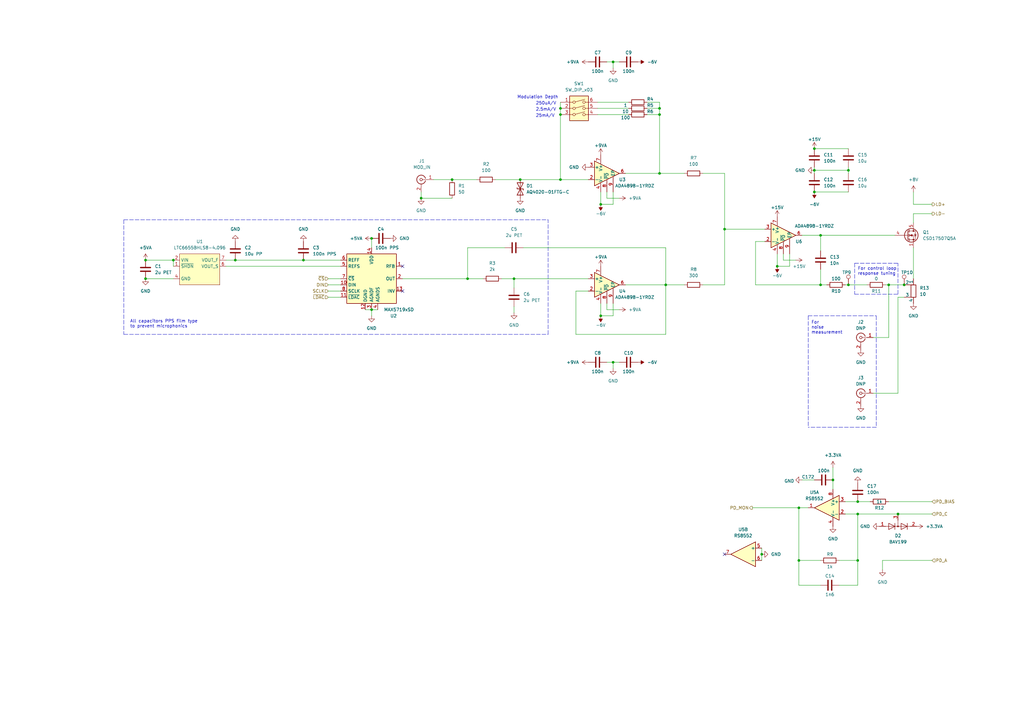
<source format=kicad_sch>
(kicad_sch (version 20211123) (generator eeschema)
  (paper "A3")
  (title_block (title "Kirdy") (date "2022-07-03") (rev "r0.1") (company "M-Labs") (comment 1 "Alex Wong Tat Hang"))
  (lib_symbols
    (symbol "Amplifier_Operational:ADA4898-1YRDZ" (pin_names (offset 0.127))
      (property "Reference" "U" (at 3.81 3.81 0))
      (property "Value" "ADA4898-1YRDZ" (at 11.43 -2.54 0))
      (symbol "ADA4898-1YRDZ_1_1"
        (polyline (pts (xy -5.08 5.08) (xy 5.08 0) (xy -5.08 -5.08) (xy -5.08 5.08)) (stroke (width 0.254)) (fill (type background)))
        (pin input line (at -7.62 -2.54 0) (length 2.54) (name "-") (number "2"))
        (pin input line (at -7.62 2.54 0) (length 2.54) (name "+") (number "3"))
        (pin power_in line (at -2.54 -7.62 90) (length 3.81) (name "V-") (number "4"))
        (pin output line (at 7.62 0 180) (length 2.54) (name "~") (number "6"))
        (pin power_in line (at -2.54 7.62 270) (length 3.81) (name "V+") (number "7"))
        (pin input line (at 0 -7.62 90) (length 5.08) (name "~{PD}") (number "8"))
        (pin passive line (at 2.54 -7.62 90) (length 6.35) (name "EP") (number "9"))
      )
    )
    (symbol "Analog_DAC:MAX5719xSD"
      (property "Reference" "U" (at -10.16 11.43 0))
      (property "Value" "MAX5719xSD" (at 1.27 11.43 0))
      (symbol "MAX5719xSD_0_1"
        (rectangle (start -10.16 10.16) (end 10.16 -10.16) (stroke (width 0.254)) (fill (type background)))
      )
      (symbol "MAX5719xSD_1_1"
        (pin passive line (at 12.7 5.08 180) (length 2.54) (name "RFB") (number "1"))
        (pin input line (at -12.7 -2.54 0) (length 2.54) (name "DIN") (number "10"))
        (pin input line (at -12.7 -7.62 0) (length 2.54) (name "~{LDAC}") (number "11"))
        (pin power_in line (at -2.54 -12.7 90) (length 2.54) (name "DGND") (number "12"))
        (pin passive line (at 12.7 -5.08 180) (length 2.54) (name "INV") (number "13"))
        (pin power_in line (at 0 12.7 270) (length 2.54) (name "VDD") (number "14"))
        (pin output line (at 12.7 0 180) (length 2.54) (name "OUT") (number "2"))
        (pin power_in line (at 0 -12.7 90) (length 2.54) (name "AGNDF") (number "3"))
        (pin power_in line (at 2.54 -12.7 90) (length 2.54) (name "AGNDS") (number "4"))
        (pin input line (at -12.7 5.08 0) (length 2.54) (name "REFS") (number "5"))
        (pin input line (at -12.7 7.62 0) (length 2.54) (name "REFF") (number "6"))
        (pin input line (at -12.7 0 0) (length 2.54) (name "~{CS}") (number "7"))
        (pin input line (at -12.7 -5.08 0) (length 2.54) (name "SCLK") (number "8"))
        (pin no_connect line (at 10.16 -7.62 180) (length 2.54) hide (name "NC") (number "9"))
      )
    )
    (symbol "Connector:Conn_Coaxial" (pin_names (offset 1.016) hide)
      (property "Reference" "J" (at 0.254 3.048 0))
      (property "Value" "Conn_Coaxial" (at 2.921 0 90))
      (symbol "Conn_Coaxial_0_1"
        (arc (start -1.778 -0.508) (mid 0.222 -1.808) (end 1.778 0) (stroke (width 0.254)))
        (polyline (pts (xy -2.54 0) (xy -0.508 0)))
        (polyline (pts (xy 0 -2.54) (xy 0 -1.778)))
        (circle (center 0 0) (radius 0.508) (stroke (width 0.2032)))
        (arc (start 1.778 0) (mid 0.222 1.8083) (end -1.778 0.508) (stroke (width 0.254)))
      )
      (symbol "Conn_Coaxial_1_1"
        (pin passive line (at -5.08 0 0) (length 2.54) (name "In") (number "1"))
        (pin passive line (at 0 -5.08 90) (length 2.54) (name "Ext") (number "2"))
      )
    )
    (symbol "Connector:TestPoint" (pin_numbers hide) (pin_names (offset 0.762) hide)
      (property "Reference" "TP" (at 0 6.858 0))
      (property "Value" "TestPoint" (at 0 5.08 0))
      (symbol "TestPoint_0_1"
        (circle (center 0 3.302) (radius 0.762))
      )
      (symbol "TestPoint_1_1"
        (pin passive line (at 0 0 90) (length 2.54) (name "1") (number "1"))
      )
    )
    (symbol "Device:C" (pin_numbers hide) (pin_names (offset 0.254))
      (property "Reference" "C" (at 0.635 2.54 0))
      (property "Value" "C" (at 0.635 -2.54 0))
      (symbol "C_0_1"
        (polyline (pts (xy -2.032 -0.762) (xy 2.032 -0.762)) (stroke (width 0.508)))
        (polyline (pts (xy -2.032 0.762) (xy 2.032 0.762)) (stroke (width 0.508)))
      )
      (symbol "C_1_1"
        (pin passive line (at 0 3.81 270) (length 2.794) (name "~") (number "1"))
        (pin passive line (at 0 -3.81 90) (length 2.794) (name "~") (number "2"))
      )
    )
    (symbol "Device:D_TVS" (pin_numbers hide) (pin_names (offset 1.016) hide)
      (property "Reference" "D" (at 0 2.54 0))
      (property "Value" "D_TVS" (at 0 -2.54 0))
      (symbol "D_TVS_0_1"
        (polyline (pts (xy 1.27 0) (xy -1.27 0)))
        (polyline (pts (xy 0.508 1.27) (xy 0 1.27) (xy 0 -1.27) (xy -0.508 -1.27)) (stroke (width 0.254)))
        (polyline (pts (xy -2.54 1.27) (xy -2.54 -1.27) (xy 2.54 1.27) (xy 2.54 -1.27) (xy -2.54 1.27)) (stroke (width 0.254)))
      )
      (symbol "D_TVS_1_1"
        (pin passive line (at -3.81 0 0) (length 2.54) (name "A1") (number "1"))
        (pin passive line (at 3.81 0 180) (length 2.54) (name "A2") (number "2"))
      )
    )
    (symbol "Device:R" (pin_numbers hide) (pin_names (offset 0))
      (property "Reference" "R" (at 2.032 0 90))
      (property "Value" "R" (at 0 0 90))
      (symbol "R_0_1"
        (rectangle (start -1.016 -2.54) (end 1.016 2.54) (stroke (width 0.254)))
      )
      (symbol "R_1_1"
        (pin passive line (at 0 3.81 270) (length 1.27) (name "~") (number "1"))
        (pin passive line (at 0 -3.81 90) (length 1.27) (name "~") (number "2"))
      )
    )
    (symbol "Device:R_Shunt" (pin_numbers hide) (pin_names (offset 0))
      (property "Reference" "R" (at -4.445 0 90))
      (property "Value" "R_Shunt" (at -2.54 0 90))
      (symbol "R_Shunt_0_1"
        (rectangle (start -1.016 -2.54) (end 1.016 2.54) (stroke (width 0.254)))
        (polyline (pts (xy 0 -2.54) (xy 1.27 -2.54)))
        (polyline (pts (xy 1.27 2.54) (xy 0 2.54)))
      )
      (symbol "R_Shunt_1_1"
        (pin passive line (at 0 5.08 270) (length 2.54) (name "1") (number "1"))
        (pin passive line (at 3.81 2.54 180) (length 2.54) (name "2") (number "2"))
        (pin passive line (at 3.81 -2.54 180) (length 2.54) (name "3") (number "3"))
        (pin passive line (at 0 -5.08 90) (length 2.54) (name "4") (number "4"))
      )
    )
    (symbol "Diode:BAV99" (pin_names hide)
      (property "Reference" "D" (at 0 5.08 0))
      (property "Value" "BAV99" (at 0 2.54 0))
      (symbol "BAV99_0_1"
        (polyline (pts (xy -5.08 0) (xy 5.08 0)))
      )
      (symbol "BAV99_1_1"
        (polyline (pts (xy 0 0) (xy 0 -2.54)))
        (polyline (pts (xy -1.27 -1.27) (xy -1.27 1.27) (xy -1.27 1.27)) (stroke (width 0.2032)))
        (polyline (pts (xy 3.81 1.27) (xy 3.81 -1.27) (xy 3.81 -1.27)) (stroke (width 0.2032)))
        (polyline (pts (xy -3.81 1.27) (xy -1.27 0) (xy -3.81 -1.27) (xy -3.81 1.27) (xy -3.81 1.27) (xy -3.81 1.27)) (stroke (width 0.2032)))
        (polyline (pts (xy 1.27 1.27) (xy 3.81 0) (xy 1.27 -1.27) (xy 1.27 1.27) (xy 1.27 1.27) (xy 1.27 1.27)) (stroke (width 0.2032)))
        (circle (center 0 0) (radius 0.254) (fill (type outline)))
        (pin passive line (at -7.62 0 0) (length 2.54) (name "K") (number "1"))
        (pin passive line (at 7.62 0 180) (length 2.54) (name "A") (number "2"))
        (pin passive line (at 0 -5.08 90) (length 2.54) (name "K") (number "3"))
      )
    )
    (symbol "Switch:SW_DIP_x03" (pin_names (offset 0) hide)
      (property "Reference" "SW" (at 0 8.89 0))
      (property "Value" "SW_DIP_x03" (at 0 -3.81 0))
      (symbol "SW_DIP_x03_0_0"
        (circle (center -2.032 0) (radius 0.508))
        (circle (center -2.032 2.54) (radius 0.508))
        (circle (center -2.032 5.08) (radius 0.508))
        (polyline (pts (xy -1.524 0.127) (xy 2.3622 1.1684)))
        (polyline (pts (xy -1.524 2.667) (xy 2.3622 3.7084)))
        (polyline (pts (xy -1.524 5.207) (xy 2.3622 6.2484)))
        (circle (center 2.032 0) (radius 0.508))
        (circle (center 2.032 2.54) (radius 0.508))
        (circle (center 2.032 5.08) (radius 0.508))
      )
      (symbol "SW_DIP_x03_0_1"
        (rectangle (start -3.81 7.62) (end 3.81 -2.54) (stroke (width 0.254)) (fill (type background)))
      )
      (symbol "SW_DIP_x03_1_1"
        (pin passive line (at -7.62 5.08 0) (length 5.08) (name "~") (number "1"))
        (pin passive line (at -7.62 2.54 0) (length 5.08) (name "~") (number "2"))
        (pin passive line (at -7.62 0 0) (length 5.08) (name "~") (number "3"))
        (pin passive line (at 7.62 0 180) (length 5.08) (name "~") (number "4"))
        (pin passive line (at 7.62 2.54 180) (length 5.08) (name "~") (number "5"))
        (pin passive line (at 7.62 5.08 180) (length 5.08) (name "~") (number "6"))
      )
    )
    (symbol "Transistor_FET:CSD17507Q5A" (pin_names hide)
      (property "Reference" "Q" (at 5.08 1.905 0))
      (property "Value" "CSD17507Q5A" (at 5.08 0 0))
      (symbol "CSD17507Q5A_0_1"
        (polyline (pts (xy 0.254 0) (xy -2.54 0)))
        (polyline (pts (xy 0.254 1.905) (xy 0.254 -1.905)) (stroke (width 0.254)))
        (polyline (pts (xy 0.762 -1.27) (xy 0.762 -2.286)) (stroke (width 0.254)))
        (polyline (pts (xy 0.762 0.508) (xy 0.762 -0.508)) (stroke (width 0.254)))
        (polyline (pts (xy 0.762 2.286) (xy 0.762 1.27)) (stroke (width 0.254)))
        (polyline (pts (xy 2.54 2.54) (xy 2.54 1.778)))
        (polyline (pts (xy 2.54 -2.54) (xy 2.54 0) (xy 0.762 0)))
        (polyline (pts (xy 0.762 -1.778) (xy 3.302 -1.778) (xy 3.302 1.778) (xy 0.762 1.778)))
        (polyline (pts (xy 1.016 0) (xy 2.032 0.381) (xy 2.032 -0.381) (xy 1.016 0)) (fill (type outline)))
        (polyline (pts (xy 2.794 0.508) (xy 2.921 0.381) (xy 3.683 0.381) (xy 3.81 0.254)))
        (polyline (pts (xy 3.302 0.381) (xy 2.921 -0.254) (xy 3.683 -0.254) (xy 3.302 0.381)))
        (circle (center 1.651 0) (radius 2.794) (stroke (width 0.254)))
        (circle (center 2.54 -1.778) (radius 0.254) (fill (type outline)))
        (circle (center 2.54 1.778) (radius 0.254) (fill (type outline)))
      )
      (symbol "CSD17507Q5A_1_1"
        (pin passive line (at 2.54 -5.08 90) (length 2.54) (name "S") (number "1"))
        (pin passive line (at 2.54 -5.08 90) (length 2.54) hide (name "S") (number "2"))
        (pin passive line (at 2.54 -5.08 90) (length 2.54) hide (name "S") (number "3"))
        (pin passive line (at -5.08 0 0) (length 2.54) (name "G") (number "4"))
        (pin passive line (at 2.54 5.08 270) (length 2.54) (name "D") (number "5"))
      )
    )
    (symbol "kirdy:LTC6655"
      (property "Reference" "U" (at 0 -10.16 0))
      (property "Value" "LTC6655" (at 0 -7.62 0))
      (symbol "LTC6655_0_0"
        (pin input line (at -10.16 2.54 0) (length 2.54) (name "~{SHDN}") (number "1"))
        (pin power_in line (at -10.16 5.08 0) (length 2.54) (name "VIN") (number "2"))
        (pin power_in line (at -10.16 -2.54 0) (length 2.54) hide (name "GND") (number "3"))
        (pin power_in line (at -10.16 -2.54 0) (length 2.54) (name "GND") (number "4"))
        (pin power_in line (at -10.16 -2.54 0) (length 2.54) hide (name "GND") (number "5"))
        (pin passive line (at 11.43 2.54 180) (length 2.54) (name "VOUT_S") (number "6"))
        (pin output line (at 11.43 5.08 180) (length 2.54) (name "VOUT_F") (number "7"))
        (pin power_in line (at -10.16 -2.54 0) (length 2.54) hide (name "GND") (number "8"))
      )
      (symbol "LTC6655_0_1"
        (rectangle (start -7.62 7.62) (end 8.89 -5.08) (fill (type background)))
      )
    )
    (symbol "kirdy:RS8552" (pin_names (offset 0.127))
      (property "Reference" "U" (at 0 5.08 0))
      (property "Value" "RS8552" (at 0 -5.08 0))
      (symbol "RS8552_1_1"
        (polyline (pts (xy -5.08 5.08) (xy 5.08 0) (xy -5.08 -5.08) (xy -5.08 5.08)) (stroke (width 0.254)) (fill (type background)))
        (pin output line (at 7.62 0 180) (length 2.54) (name "~") (number "1"))
        (pin input line (at -7.62 -2.54 0) (length 2.54) (name "-") (number "2"))
        (pin input line (at -7.62 2.54 0) (length 2.54) (name "+") (number "3"))
      )
      (symbol "RS8552_2_1"
        (polyline (pts (xy -5.08 5.08) (xy 5.08 0) (xy -5.08 -5.08) (xy -5.08 5.08)) (stroke (width 0.254)) (fill (type background)))
        (pin input line (at -7.62 2.54 0) (length 2.54) (name "+") (number "5"))
        (pin input line (at -7.62 -2.54 0) (length 2.54) (name "-") (number "6"))
        (pin output line (at 7.62 0 180) (length 2.54) (name "~") (number "7"))
      )
      (symbol "RS8552_3_1"
        (pin power_in line (at -2.54 -7.62 90) (length 3.81) (name "V-") (number "4"))
        (pin power_in line (at -2.54 7.62 270) (length 3.81) (name "V+") (number "8"))
      )
    )
    (symbol "power:+15V" (power) (pin_names (offset 0))
      (property "Value" "+15V" (at 0 3.556 0))
      (symbol "+15V_0_1"
        (polyline (pts (xy -0.762 1.27) (xy 0 2.54)))
        (polyline (pts (xy 0 0) (xy 0 2.54)))
        (polyline (pts (xy 0 2.54) (xy 0.762 1.27)))
      )
      (symbol "+15V_1_1"
        (pin power_in line (at 0 0 90) (length 0) hide (name "+15V") (number "1"))
      )
    )
    (symbol "power:+3.3VA" (power) (pin_names (offset 0))
      (property "Value" "+3.3VA" (at 0 3.556 0))
      (symbol "+3.3VA_0_1"
        (polyline (pts (xy -0.762 1.27) (xy 0 2.54)))
        (polyline (pts (xy 0 0) (xy 0 2.54)))
        (polyline (pts (xy 0 2.54) (xy 0.762 1.27)))
      )
      (symbol "+3.3VA_1_1"
        (pin power_in line (at 0 0 90) (length 0) hide (name "+3.3VA") (number "1"))
      )
    )
    (symbol "power:+5VA" (power) (pin_names (offset 0))
      (property "Value" "+5VA" (at 0 3.556 0))
      (symbol "+5VA_0_1"
        (polyline (pts (xy -0.762 1.27) (xy 0 2.54)))
        (polyline (pts (xy 0 0) (xy 0 2.54)))
        (polyline (pts (xy 0 2.54) (xy 0.762 1.27)))
      )
      (symbol "+5VA_1_1"
        (pin power_in line (at 0 0 90) (length 0) hide (name "+5VA") (number "1"))
      )
    )
    (symbol "power:+8V" (power) (pin_names (offset 0))
      (property "Value" "+8V" (at 0 3.556 0))
      (symbol "+8V_0_1"
        (polyline (pts (xy -0.762 1.27) (xy 0 2.54)))
        (polyline (pts (xy 0 0) (xy 0 2.54)))
        (polyline (pts (xy 0 2.54) (xy 0.762 1.27)))
      )
      (symbol "+8V_1_1"
        (pin power_in line (at 0 0 90) (length 0) hide (name "+8V") (number "1"))
      )
    )
    (symbol "power:+9VA" (power) (pin_names (offset 0))
      (property "Value" "+9VA" (at 0 3.81 0))
      (symbol "+9VA_0_1"
        (polyline (pts (xy -0.762 1.27) (xy 0 2.54)))
        (polyline (pts (xy 0 0) (xy 0 2.54)))
        (polyline (pts (xy 0 2.54) (xy 0.762 1.27)))
      )
      (symbol "+9VA_1_1"
        (pin power_in line (at 0 0 90) (length 0) hide (name "+9VA") (number "1"))
      )
    )
    (symbol "power:-6V" (power) (pin_names (offset 0))
      (property "Value" "-6V" (at 0 3.81 0))
      (symbol "-6V_0_0"
        (pin power_in line (at 0 0 90) (length 0) hide (name "-6V") (number "1"))
      )
      (symbol "-6V_0_1"
        (polyline (pts (xy 0 0) (xy 0 1.27) (xy 0.762 1.27) (xy 0 2.54) (xy -0.762 1.27) (xy 0 1.27)) (fill (type outline)))
      )
    )
    (symbol "power:GND" (power) (pin_names (offset 0))
      (property "Value" "GND" (at 0 -3.81 0))
      (symbol "GND_0_1"
        (polyline (pts (xy 0 0) (xy 0 -1.27) (xy 1.27 -1.27) (xy 0 -2.54) (xy -1.27 -1.27) (xy 0 -1.27)))
      )
      (symbol "GND_1_1"
        (pin power_in line (at 0 0 270) (length 0) hide (name "GND") (number "1"))
      )
    )
  )
  (junction (at 229.87 46.99))
  (junction (at 270.51 71.12))
  (junction (at 318.77 109.22))
  (junction (at 229.87 44.45))
  (junction (at 370.84 116.84))
  (junction (at 334.01 69.85))
  (junction (at 351.79 205.74))
  (junction (at 152.4 97.79))
  (junction (at 336.55 96.52))
  (junction (at 347.98 116.84))
  (junction (at 251.46 25.4))
  (junction (at 213.36 73.66))
  (junction (at 351.79 229.87))
  (junction (at 364.49 116.84))
  (junction (at 251.46 148.59))
  (junction (at 334.01 60.96))
  (junction (at 185.42 73.66))
  (junction (at 246.38 129.54))
  (junction (at 273.05 116.84))
  (junction (at 246.38 83.82))
  (junction (at 336.55 116.84))
  (junction (at 191.77 114.3))
  (junction (at 327.66 208.28))
  (junction (at 312.42 227.33))
  (junction (at 351.79 210.82))
  (junction (at 210.82 114.3))
  (junction (at 96.52 106.68))
  (junction (at 347.98 69.85))
  (junction (at 71.12 106.68))
  (junction (at 334.01 78.74))
  (junction (at 270.51 46.99))
  (junction (at 124.46 106.68))
  (junction (at 368.3 210.82))
  (junction (at 59.69 114.3))
  (junction (at 327.66 229.87))
  (junction (at 341.63 196.85))
  (junction (at 152.4 127))
  (junction (at 270.51 44.45))
  (junction (at 172.72 81.28))
  (junction (at 59.69 106.68))
  (junction (at 229.87 73.66))
  (junction (at 297.18 93.98))
  (no_connect (at 165.1 119.38))
  (no_connect (at 297.18 227.33))
  (no_connect (at 165.1 109.22))
  (wire (pts (xy 210.82 125.73) (xy 210.82 128.27)))
  (wire (pts (xy 134.62 114.3) (xy 139.7 114.3)))
  (polyline (pts (xy 331.47 129.54) (xy 331.47 175.26)))
  (wire (pts (xy 308.61 208.28) (xy 327.66 208.28)))
  (wire (pts (xy 71.12 106.68) (xy 71.12 109.22)))
  (wire (pts (xy 172.72 81.28) (xy 185.42 81.28)))
  (wire (pts (xy 273.05 116.84) (xy 280.67 116.84)))
  (wire (pts (xy 368.3 210.82) (xy 382.27 210.82)))
  (wire (pts (xy 364.49 116.84) (xy 370.84 116.84)))
  (wire (pts (xy 344.17 229.87) (xy 351.79 229.87)))
  (wire (pts (xy 351.79 229.87) (xy 351.79 210.82)))
  (wire (pts (xy 334.01 69.85) (xy 334.01 71.12)))
  (wire (pts (xy 374.65 91.44) (xy 374.65 87.63)))
  (wire (pts (xy 214.63 101.6) (xy 273.05 101.6)))
  (wire (pts (xy 172.72 81.28) (xy 172.72 78.74)))
  (wire (pts (xy 336.55 96.52) (xy 336.55 102.87)))
  (wire (pts (xy 328.93 96.52) (xy 336.55 96.52)))
  (wire (pts (xy 248.92 127) (xy 254 127)))
  (wire (pts (xy 213.36 73.66) (xy 229.87 73.66)))
  (wire (pts (xy 288.29 116.84) (xy 297.18 116.84)))
  (wire (pts (xy 185.42 73.66) (xy 195.58 73.66)))
  (wire (pts (xy 347.98 116.84) (xy 355.6 116.84)))
  (wire (pts (xy 177.8 73.66) (xy 185.42 73.66)))
  (polyline (pts (xy 350.52 120.65) (xy 368.3 120.65)))
  (wire (pts (xy 134.62 119.38) (xy 139.7 119.38)))
  (wire (pts (xy 270.51 41.91) (xy 270.51 44.45)))
  (wire (pts (xy 270.51 46.99) (xy 270.51 71.12)))
  (wire (pts (xy 203.2 73.66) (xy 213.36 73.66)))
  (wire (pts (xy 358.14 138.43) (xy 364.49 138.43)))
  (wire (pts (xy 361.95 229.87) (xy 382.27 229.87)))
  (wire (pts (xy 368.3 161.29) (xy 358.14 161.29)))
  (wire (pts (xy 321.31 106.68) (xy 326.39 106.68)))
  (polyline (pts (xy 350.52 107.95) (xy 368.3 107.95)))
  (wire (pts (xy 368.3 121.92) (xy 368.3 161.29)))
  (wire (pts (xy 327.66 229.87) (xy 327.66 208.28)))
  (wire (pts (xy 96.52 106.68) (xy 124.46 106.68)))
  (wire (pts (xy 270.51 71.12) (xy 280.67 71.12)))
  (wire (pts (xy 251.46 25.4) (xy 251.46 27.94)))
  (wire (pts (xy 265.43 46.99) (xy 270.51 46.99)))
  (polyline (pts (xy 331.47 129.54) (xy 359.41 129.54)))
  (wire (pts (xy 210.82 114.3) (xy 241.3 114.3)))
  (wire (pts (xy 256.54 116.84) (xy 273.05 116.84)))
  (wire (pts (xy 205.74 114.3) (xy 210.82 114.3)))
  (wire (pts (xy 245.11 46.99) (xy 257.81 46.99)))
  (wire (pts (xy 273.05 137.16) (xy 273.05 116.84)))
  (wire (pts (xy 336.55 240.03) (xy 327.66 240.03)))
  (wire (pts (xy 374.65 87.63) (xy 382.27 87.63)))
  (wire (pts (xy 92.71 109.22) (xy 139.7 109.22)))
  (wire (pts (xy 347.98 69.85) (xy 334.01 69.85)))
  (wire (pts (xy 251.46 25.4) (xy 254 25.4)))
  (wire (pts (xy 236.22 119.38) (xy 236.22 137.16)))
  (wire (pts (xy 251.46 83.82) (xy 251.46 78.74)))
  (wire (pts (xy 246.38 78.74) (xy 246.38 83.82)))
  (wire (pts (xy 251.46 129.54) (xy 251.46 124.46)))
  (wire (pts (xy 191.77 101.6) (xy 191.77 114.3)))
  (wire (pts (xy 134.62 121.92) (xy 139.7 121.92)))
  (wire (pts (xy 207.01 101.6) (xy 191.77 101.6)))
  (polyline (pts (xy 50.8 90.17) (xy 224.79 90.17)))
  (wire (pts (xy 256.54 71.12) (xy 270.51 71.12)))
  (wire (pts (xy 265.43 41.91) (xy 270.51 41.91)))
  (wire (pts (xy 361.95 233.68) (xy 361.95 229.87)))
  (wire (pts (xy 251.46 148.59) (xy 254 148.59)))
  (wire (pts (xy 297.18 93.98) (xy 313.69 93.98)))
  (wire (pts (xy 248.92 78.74) (xy 248.92 81.28)))
  (wire (pts (xy 246.38 83.82) (xy 251.46 83.82)))
  (wire (pts (xy 248.92 148.59) (xy 251.46 148.59)))
  (wire (pts (xy 297.18 71.12) (xy 297.18 93.98)))
  (wire (pts (xy 318.77 109.22) (xy 323.85 109.22)))
  (wire (pts (xy 248.92 25.4) (xy 251.46 25.4)))
  (polyline (pts (xy 368.3 120.65) (xy 368.3 107.95)))
  (wire (pts (xy 368.3 121.92) (xy 370.84 121.92)))
  (wire (pts (xy 92.71 106.68) (xy 96.52 106.68)))
  (wire (pts (xy 364.49 138.43) (xy 364.49 116.84)))
  (wire (pts (xy 236.22 137.16) (xy 273.05 137.16)))
  (wire (pts (xy 346.71 116.84) (xy 347.98 116.84)))
  (wire (pts (xy 248.92 124.46) (xy 248.92 127)))
  (wire (pts (xy 165.1 114.3) (xy 191.77 114.3)))
  (wire (pts (xy 124.46 106.68) (xy 139.7 106.68)))
  (wire (pts (xy 364.49 205.74) (xy 382.27 205.74)))
  (wire (pts (xy 363.22 116.84) (xy 364.49 116.84)))
  (wire (pts (xy 288.29 71.12) (xy 297.18 71.12)))
  (wire (pts (xy 265.43 44.45) (xy 270.51 44.45)))
  (wire (pts (xy 59.69 106.68) (xy 71.12 106.68)))
  (wire (pts (xy 341.63 191.77) (xy 341.63 196.85)))
  (wire (pts (xy 59.69 114.3) (xy 71.12 114.3)))
  (wire (pts (xy 346.71 205.74) (xy 351.79 205.74)))
  (wire (pts (xy 229.87 41.91) (xy 229.87 44.45)))
  (wire (pts (xy 246.38 129.54) (xy 251.46 129.54)))
  (wire (pts (xy 318.77 104.14) (xy 318.77 109.22)))
  (wire (pts (xy 336.55 96.52) (xy 367.03 96.52)))
  (polyline (pts (xy 359.41 175.26) (xy 331.47 175.26)))
  (polyline (pts (xy 50.8 90.17) (xy 50.8 137.16)))
  (wire (pts (xy 309.88 116.84) (xy 309.88 99.06)))
  (wire (pts (xy 327.66 240.03) (xy 327.66 229.87)))
  (wire (pts (xy 152.4 97.79) (xy 152.4 101.6)))
  (wire (pts (xy 321.31 104.14) (xy 321.31 106.68)))
  (wire (pts (xy 327.66 229.87) (xy 336.55 229.87)))
  (polyline (pts (xy 350.52 107.95) (xy 350.52 120.65)))
  (wire (pts (xy 351.79 205.74) (xy 356.87 205.74)))
  (wire (pts (xy 312.42 224.79) (xy 312.42 227.33)))
  (wire (pts (xy 374.65 83.82) (xy 382.27 83.82)))
  (wire (pts (xy 336.55 116.84) (xy 309.88 116.84)))
  (wire (pts (xy 297.18 116.84) (xy 297.18 93.98)))
  (polyline (pts (xy 359.41 129.54) (xy 359.41 175.26)))
  (wire (pts (xy 229.87 44.45) (xy 229.87 46.99)))
  (wire (pts (xy 149.86 127) (xy 152.4 127)))
  (wire (pts (xy 312.42 227.33) (xy 312.42 229.87)))
  (wire (pts (xy 191.77 114.3) (xy 198.12 114.3)))
  (wire (pts (xy 248.92 81.28) (xy 254 81.28)))
  (polyline (pts (xy 50.8 137.16) (xy 224.79 137.16)))
  (wire (pts (xy 328.93 196.85) (xy 334.01 196.85)))
  (wire (pts (xy 344.17 240.03) (xy 351.79 240.03)))
  (wire (pts (xy 246.38 124.46) (xy 246.38 129.54)))
  (wire (pts (xy 341.63 196.85) (xy 341.63 200.66)))
  (wire (pts (xy 346.71 210.82) (xy 351.79 210.82)))
  (wire (pts (xy 351.79 240.03) (xy 351.79 229.87)))
  (wire (pts (xy 229.87 46.99) (xy 229.87 73.66)))
  (wire (pts (xy 245.11 44.45) (xy 257.81 44.45)))
  (wire (pts (xy 327.66 208.28) (xy 331.47 208.28)))
  (wire (pts (xy 347.98 68.58) (xy 347.98 69.85)))
  (wire (pts (xy 374.65 78.74) (xy 374.65 83.82)))
  (wire (pts (xy 134.62 116.84) (xy 139.7 116.84)))
  (wire (pts (xy 152.4 127) (xy 152.4 129.54)))
  (wire (pts (xy 273.05 101.6) (xy 273.05 116.84)))
  (wire (pts (xy 347.98 69.85) (xy 347.98 71.12)))
  (wire (pts (xy 210.82 114.3) (xy 210.82 118.11)))
  (wire (pts (xy 241.3 119.38) (xy 236.22 119.38)))
  (wire (pts (xy 334.01 68.58) (xy 334.01 69.85)))
  (wire (pts (xy 334.01 60.96) (xy 347.98 60.96)))
  (wire (pts (xy 351.79 210.82) (xy 368.3 210.82)))
  (wire (pts (xy 336.55 116.84) (xy 339.09 116.84)))
  (wire (pts (xy 334.01 78.74) (xy 347.98 78.74)))
  (wire (pts (xy 374.65 101.6) (xy 374.65 114.3)))
  (wire (pts (xy 323.85 109.22) (xy 323.85 104.14)))
  (wire (pts (xy 229.87 73.66) (xy 241.3 73.66)))
  (wire (pts (xy 336.55 110.49) (xy 336.55 116.84)))
  (wire (pts (xy 251.46 148.59) (xy 251.46 151.13)))
  (polyline (pts (xy 224.79 137.16) (xy 224.79 90.17)))
  (wire (pts (xy 245.11 41.91) (xy 257.81 41.91)))
  (wire (pts (xy 270.51 44.45) (xy 270.51 46.99)))
  (wire (pts (xy 152.4 127) (xy 154.94 127)))
  (wire (pts (xy 309.88 99.06) (xy 313.69 99.06)))
  (text "250uA/V" (at 219.71 43.18 0) (effects (font (size 1.27 1.27)) (justify left bottom)))
  (text "All capacitors PPS film type\nto prevent microphonics " (at 53.34 134.62 0) (effects (font (size 1.27 1.27)) (justify left bottom)))
  (text "For\nnoise\nmeasurement" (at 332.74 137.16 0) (effects (font (size 1.27 1.27)) (justify left bottom)))
  (text "2.5mA/V" (at 219.71 45.72 0) (effects (font (size 1.27 1.27)) (justify left bottom)))
  (text "For control loop\nresponse tuning" (at 351.79 113.03 0) (effects (font (size 1.27 1.27)) (justify left bottom)))
  (text "25mA/V" (at 219.71 48.26 0) (effects (font (size 1.27 1.27)) (justify left bottom)))
  (text "Modulation Depth" (at 212.09 40.64 0) (effects (font (size 1.27 1.27)) (justify left bottom)))
  (hierarchical_label "~{LDAC}" (shape input) (at 134.62 121.92 180))
  (hierarchical_label "PD_BIAS" (shape input) (at 382.27 205.74 0))
  (hierarchical_label "LD+" (shape output) (at 382.27 83.82 0))
  (hierarchical_label "SCLK" (shape input) (at 134.62 119.38 180))
  (hierarchical_label "PD_MON" (shape output) (at 308.61 208.28 180))
  (hierarchical_label "PD_C" (shape input) (at 382.27 210.82 0))
  (hierarchical_label "PD_A" (shape input) (at 382.27 229.87 0))
  (hierarchical_label "DIN" (shape input) (at 134.62 116.84 180))
  (hierarchical_label "LD-" (shape output) (at 382.27 87.63 0))
  (hierarchical_label "~{CS}" (shape input) (at 134.62 114.3 180))
  (symbol (lib_id "Connector:TestPoint") (at 370.84 116.84 0) (unit 1)
    (property "Reference" "TP10" (at 369.57 111.76 0) (effects (justify left)))
    (property "Value" "TestPoint" (effects hide))
    (property "Footprint" "TestPoint:TestPoint_Pad_2.0x2.0mm" (effects hide))
  )
  (symbol (lib_id "Device:R") (at 261.62 46.99 90) (unit 1)
    (property "Reference" "R6" (at 266.7 45.72 90))
    (property "Value" "100" (at 256.54 48.26 90))
    (property "Footprint" "Resistor_SMD:R_0603_1608Metric" (effects hide))
    (property "MFR_PN" "WR06X1000FTL" (effects hide))
    (property "MFR_PN_ALT" "RMCF0603FT100R" (effects hide))
  )
  (symbol (lib_id "Device:C") (at 351.79 201.93 0) (unit 1)
    (property "Reference" "C17" (at 355.6 199.39 0) (effects (justify left)))
    (property "Value" "100n" (at 355.6 201.93 0) (effects (justify left)))
    (property "Footprint" "Capacitor_SMD:C_0603_1608Metric" (effects hide))
    (property "MFR_PN" "CL10B104KB8NNWC" (effects hide))
    (property "MFR_PN_ALT" "CL10B104KB8NNNL" (effects hide))
  )
  (symbol (lib_id "Diode:BAV99") (at 368.3 215.9 0) (mirror x) (unit 1)
    (property "Reference" "D2" (at 368.3 219.71 0))
    (property "Value" "BAV199" (at 368.3 222.25 0))
    (property "Footprint" "Package_TO_SOT_SMD:SOT-23" (effects hide))
    (property "Datasheet" "https://assets.nexperia.com/documents/data-sheet/BAV99_SER.pdf" (effects hide))
    (property "MFR_PN" "BAV199W-7" (effects hide))
    (property "MFR_PN_ALT" "BAV199E6327HTSA1" (effects hide))
  )
  (symbol (lib_id "power:GND") (at 328.93 196.85 270) (unit 1)
    (property "Reference" "#PWR0162" (effects hide))
    (property "Value" "GND" (at 325.7551 197.2838 90) (effects (justify right)))
  )
  (symbol (lib_id "power:GND") (at 360.68 215.9 270) (unit 1)
    (property "Reference" "#PWR036" (effects hide))
    (property "Value" "GND" (at 356.87 215.8999 90) (effects (justify right)))
  )
  (symbol (lib_id "Connector:Conn_Coaxial") (at 353.06 161.29 0) (mirror y) (unit 1)
    (property "Reference" "J3" (at 353.06 154.94 0))
    (property "Value" "DNP" (at 353.06 157.48 0))
    (property "Footprint" "Connector_Coaxial:U.FL_Hirose_U.FL-R-SMT-1_Vertical" (effects hide))
    (property "Datasheet" " ~" (effects hide))
    (property "MFR_PN" "U.FL-R-SMT-1(01)" (effects hide))
    (property "MFR_PN_ALT" "U.FL-R-SMT(10)" (effects hide))
  )
  (symbol (lib_id "power:-6V") (at 261.62 25.4 270) (unit 1)
    (property "Reference" "#PWR022" (effects hide))
    (property "Value" "-6V" (at 265.43 25.3999 90) (effects (justify left)))
  )
  (symbol (lib_id "Device:C") (at 210.82 101.6 90) (unit 1)
    (property "Reference" "C5" (at 210.82 93.98 90))
    (property "Value" "2u PET" (at 210.82 96.52 90))
    (property "Footprint" "Capacitor_SMD:C_1812_4532Metric" (effects hide))
    (property "MFR_PN" "35MU225MC14532" (effects hide))
  )
  (symbol (lib_id "power:+15V") (at 334.01 60.96 0) (unit 1)
    (property "Reference" "#PWR028" (effects hide))
    (property "Value" "+15V" (at 334.01 57.15 0))
  )
  (symbol (lib_id "Device:R") (at 359.41 116.84 90) (unit 1)
    (property "Reference" "R11" (at 359.41 119.38 90))
    (property "Value" "0" (at 359.41 114.3 90))
    (property "Footprint" "Resistor_SMD:R_0603_1608Metric" (effects hide))
    (property "MFR_PN" "RMCF0603ZT0R00" (effects hide))
    (property "MFR_PN_ALT" "CR0603-J/-000ELF" (effects hide))
  )
  (symbol (lib_id "power:-6V") (at 261.62 148.59 270) (unit 1)
    (property "Reference" "#PWR023" (effects hide))
    (property "Value" "-6V" (at 265.43 148.5899 90) (effects (justify left)))
  )
  (symbol (lib_id "Device:C") (at 257.81 25.4 90) (unit 1)
    (property "Reference" "C9" (at 257.81 21.59 90))
    (property "Value" "100n" (at 257.81 29.21 90))
    (property "Footprint" "Capacitor_SMD:C_0603_1608Metric" (effects hide))
    (property "MFR_PN" "CL10B104KB8NNWC" (effects hide))
    (property "MFR_PN_ALT" "CL10B104KB8NNNL" (effects hide))
  )
  (symbol (lib_id "power:GND") (at 351.79 198.12 180) (unit 1)
    (property "Reference" "#PWR033" (effects hide))
    (property "Value" "GND" (at 351.79 193.04 0))
  )
  (symbol (lib_id "power:+5VA") (at 59.69 106.68 0) (unit 1)
    (property "Reference" "#PWR01" (effects hide))
    (property "Value" "+5VA" (at 59.69 101.6 0))
  )
  (symbol (lib_id "Device:C") (at 347.98 74.93 0) (unit 1)
    (property "Reference" "C16" (at 351.79 73.6599 0) (effects (justify left)))
    (property "Value" "10u" (at 351.79 76.1999 0) (effects (justify left)))
    (property "Footprint" "Capacitor_SMD:C_0805_2012Metric" (effects hide))
    (property "MFR_PN" "CL21B106KOQNNNG" (effects hide))
    (property "MFR_PN_ALT" "CL21B106KOQNNNE" (effects hide))
  )
  (symbol (lib_id "Device:C") (at 96.52 102.87 0) (unit 1)
    (property "Reference" "C2" (at 100.33 101.5999 0) (effects (justify left)))
    (property "Value" "10u PP" (at 100.33 104.1399 0) (effects (justify left)))
    (property "Footprint" "Capacitor_SMD:C_1812_4532Metric" (effects hide))
    (property "MFR_PN" "16MU106MC44532" (effects hide))
  )
  (symbol (lib_id "Connector:TestPoint") (at 347.98 116.84 0) (unit 1)
    (property "Reference" "TP9" (at 345.44 111.76 0) (effects (justify left)))
    (property "Value" "TestPoint" (effects hide))
    (property "Footprint" "TestPoint:TestPoint_Pad_2.0x2.0mm" (effects hide))
  )
  (symbol (lib_id "Device:R") (at 342.9 116.84 90) (unit 1)
    (property "Reference" "R10" (at 342.9 119.38 90))
    (property "Value" "100" (at 342.9 114.3 90))
    (property "Footprint" "Resistor_SMD:R_0603_1608Metric" (effects hide))
    (property "MFR_PN" "WR06X1000FTL" (effects hide))
    (property "MFR_PN_ALT" "RMCF0603FT100R" (effects hide))
  )
  (symbol (lib_id "power:GND") (at 152.4 129.54 0) (unit 1)
    (property "Reference" "#PWR06" (effects hide))
    (property "Value" "GND" (at 152.4 134.62 0))
  )
  (symbol (lib_id "Amplifier_Operational:ADA4898-1YRDZ") (at 321.31 96.52 0) (unit 1)
    (property "Reference" "U6" (at 327.66 99.06 0))
    (property "Value" "ADA4898-1YRDZ" (at 334.01 92.71 0))
    (property "Footprint" "Package_SO:SOIC-8-1EP_3.9x4.9mm_P1.27mm_EP2.29x3mm" (effects hide))
    (property "Datasheet" "https://www.analog.com/media/en/technical-documentation/data-sheets/ada4898-1_4898-2.pdf" (effects hide))
    (property "MFR_PN" "ADA4898-1YRDZ" (effects hide))
  )
  (symbol (lib_id "Device:C") (at 336.55 106.68 0) (unit 1)
    (property "Reference" "C13" (at 340.36 105.4099 0) (effects (justify left)))
    (property "Value" "10n" (at 340.36 107.9499 0) (effects (justify left)))
    (property "Footprint" "Capacitor_SMD:C_0603_1608Metric" (effects hide))
    (property "MFR_PN" "0603B103K500CT" (effects hide))
    (property "MFR_PN_ALT" "CL10B103KB8NNNC" (effects hide))
  )
  (symbol (lib_id "Device:R") (at 284.48 116.84 90) (unit 1)
    (property "Reference" "R8" (at 284.48 110.49 90))
    (property "Value" "300" (at 284.48 113.03 90))
    (property "Footprint" "Resistor_SMD:R_0603_1608Metric" (effects hide))
    (property "MFR_PN" "RT0603FRE07300RL" (effects hide))
    (property "MFR_PN_ALT" "RC0603FR-10300RL" (effects hide))
  )
  (symbol (lib_id "power:GND") (at 160.02 97.79 90) (unit 1)
    (property "Reference" "#PWR07" (effects hide))
    (property "Value" "GND" (at 163.83 97.7899 90) (effects (justify right)))
  )
  (symbol (lib_id "power:GND") (at 59.69 114.3 0) (unit 1)
    (property "Reference" "#PWR02" (effects hide))
    (property "Value" "GND" (at 59.69 119.38 0))
  )
  (symbol (lib_id "kirdy:RS8552") (at 304.8 227.33 0) (mirror y) (unit 2)
    (property "Reference" "U5" (at 304.8 217.17 0))
    (property "Value" "RS8552" (at 304.8 219.71 0))
    (property "Footprint" "Package_SO:SOIC-8_3.9x4.9mm_P1.27mm" (effects hide))
    (property "Datasheet" "https://datasheet.lcsc.com/lcsc/2010160333_Jiangsu-RUNIC-Tech-RS8554XP_C236997.pdf" (effects hide))
    (property "MFR_PN" "RS8552XK" (effects hide))
  )
  (symbol (lib_id "kirdy:RS8552") (at 339.09 208.28 0) (mirror y) (unit 1)
    (property "Reference" "U5" (at 334.01 201.93 0))
    (property "Value" "RS8552" (at 334.01 204.47 0))
    (property "Footprint" "Package_SO:SOIC-8_3.9x4.9mm_P1.27mm" (effects hide))
    (property "Datasheet" "https://datasheet.lcsc.com/lcsc/2010160333_Jiangsu-RUNIC-Tech-RS8554XP_C236997.pdf" (effects hide))
    (property "MFR_PN" "RS8552XK" (effects hide))
  )
  (symbol (lib_id "power:GND") (at 96.52 99.06 180) (unit 1)
    (property "Reference" "#PWR03" (effects hide))
    (property "Value" "GND" (at 96.52 93.98 0))
  )
  (symbol (lib_id "Device:C") (at 340.36 240.03 90) (unit 1)
    (property "Reference" "C14" (at 340.36 236.22 90))
    (property "Value" "1n6" (at 340.36 243.84 90))
    (property "Footprint" "Capacitor_SMD:C_0603_1608Metric" (effects hide))
    (property "MFR_PN" "GCM1885C1H162FA16D" (effects hide))
    (property "MFR_PN_ALT" "C0603C162J5GAC7867" (effects hide))
  )
  (symbol (lib_id "Device:R") (at 360.68 205.74 90) (unit 1)
    (property "Reference" "R12" (at 360.68 208.28 90))
    (property "Value" "1k" (at 360.68 205.74 90))
    (property "Footprint" "Resistor_SMD:R_0603_1608Metric" (effects hide))
    (property "MFR_PN" "RNCP0603FTD1K00" (effects hide))
    (property "MFR_PN_ALT" "WR06X1001FTL" (effects hide))
  )
  (symbol (lib_id "Switch:SW_DIP_x03") (at 237.49 46.99 0) (unit 1)
    (property "Reference" "SW1" (at 237.49 34.29 0))
    (property "Value" "SW_DIP_x03" (at 237.49 36.83 0))
    (property "Footprint" "Button_Switch_SMD:SW_DIP_SPSTx03_Slide_Omron_A6S-310x_W8.9mm_P2.54mm" (effects hide))
    (property "MFR_PN" "A6SN-3104" (effects hide))
    (property "MFR_PN_ALT" "A6S-3102" (effects hide))
  )
  (symbol (lib_id "Amplifier_Operational:ADA4898-1YRDZ") (at 248.92 116.84 0) (unit 1)
    (property "Reference" "U4" (at 255.27 119.38 0))
    (property "Value" "ADA4898-1YRDZ" (at 260.35 121.92 0))
    (property "Footprint" "Package_SO:SOIC-8-1EP_3.9x4.9mm_P1.27mm_EP2.29x3mm" (effects hide))
    (property "Datasheet" "https://www.analog.com/media/en/technical-documentation/data-sheets/ada4898-1_4898-2.pdf" (effects hide))
    (property "MFR_PN" "ADA4898-1YRDZ" (effects hide))
  )
  (symbol (lib_id "power:GND") (at 341.63 215.9 0) (unit 1)
    (property "Reference" "#PWR032" (effects hide))
    (property "Value" "GND" (at 341.63 220.98 0))
  )
  (symbol (lib_id "power:GND") (at 334.01 69.85 270) (unit 1)
    (property "Reference" "#PWR029" (effects hide))
    (property "Value" "GND" (at 330.2 69.8499 90) (effects (justify right)))
  )
  (symbol (lib_id "power:GND") (at 353.06 166.37 0) (unit 1)
    (property "Reference" "#PWR035" (effects hide))
    (property "Value" "GND" (at 353.06 171.45 0))
  )
  (symbol (lib_id "Device:C") (at 334.01 74.93 0) (unit 1)
    (property "Reference" "C12" (at 337.82 73.6599 0) (effects (justify left)))
    (property "Value" "100n" (at 337.82 76.1999 0) (effects (justify left)))
    (property "Footprint" "Capacitor_SMD:C_0603_1608Metric" (effects hide))
    (property "MFR_PN" "CL10B104KB8NNWC" (effects hide))
    (property "MFR_PN_ALT" "CL10B104KB8NNNL" (effects hide))
  )
  (symbol (lib_id "power:GND") (at 210.82 128.27 0) (unit 1)
    (property "Reference" "#PWR09" (effects hide))
    (property "Value" "GND" (at 210.82 133.35 0))
  )
  (symbol (lib_id "Device:R") (at 201.93 114.3 90) (unit 1)
    (property "Reference" "R3" (at 201.93 107.95 90))
    (property "Value" "2k" (at 201.93 110.49 90))
    (property "Footprint" "Resistor_SMD:R_0603_1608Metric" (effects hide))
    (property "MFR_PN" "RC0603FR-072KL" (effects hide))
    (property "MFR_PN_ALT" "ERJ-3EKF2001V" (effects hide))
  )
  (symbol (lib_id "Device:C") (at 257.81 148.59 90) (unit 1)
    (property "Reference" "C10" (at 257.81 144.78 90))
    (property "Value" "100n" (at 257.81 152.4 90))
    (property "Footprint" "Capacitor_SMD:C_0603_1608Metric" (effects hide))
    (property "MFR_PN" "CL10B104KB8NNWC" (effects hide))
    (property "MFR_PN_ALT" "CL10B104KB8NNNL" (effects hide))
  )
  (symbol (lib_id "power:+9VA") (at 254 81.28 270) (unit 1)
    (property "Reference" "#PWR020" (effects hide))
    (property "Value" "+9VA" (at 257.81 81.2799 90) (effects (justify left)))
  )
  (symbol (lib_id "Device:R_Shunt") (at 374.65 119.38 0) (mirror y) (unit 1)
    (property "Reference" "R13" (at 377.19 118.1099 0) (effects (justify right)))
    (property "Value" "10" (at 377.19 120.6499 0) (effects (justify right)))
    (property "Footprint" "Resistor_SMD:R_Shunt_Ohmite_LVK20" (effects hide))
    (property "MFR_PN" "Y160610R0000D9W" (effects hide))
    (property "MFR_PN_ALT" "RC0603FR-10300RL" (effects hide))
  )
  (symbol (lib_id "kirdy:RS8552") (at 339.09 208.28 0) (mirror y) (unit 3)
    (property "Reference" "U5" (effects hide))
    (property "Value" "RS8552" (effects hide))
    (property "Footprint" "Package_SO:SOIC-8_3.9x4.9mm_P1.27mm" (effects hide))
    (property "Datasheet" "https://datasheet.lcsc.com/lcsc/2010160333_Jiangsu-RUNIC-Tech-RS8554XP_C236997.pdf" (effects hide))
    (property "MFR_PN" "RS8552XK" (effects hide))
  )
  (symbol (lib_id "power:-6V") (at 246.38 129.54 180) (unit 1)
    (property "Reference" "#PWR017" (effects hide))
    (property "Value" "-6V" (at 246.38 133.35 0))
  )
  (symbol (lib_id "power:GND") (at 241.3 68.58 270) (unit 1)
    (property "Reference" "#PWR012" (effects hide))
    (property "Value" "GND" (at 237.49 68.5799 90) (effects (justify right)))
  )
  (symbol (lib_id "power:+15V") (at 326.39 106.68 270) (unit 1)
    (property "Reference" "#PWR027" (effects hide))
    (property "Value" "+15V" (at 325.12 109.22 90) (effects (justify left)))
  )
  (symbol (lib_id "power:GND") (at 312.42 227.33 90) (unit 1)
    (property "Reference" "#PWR024" (effects hide))
    (property "Value" "GND" (at 316.23 227.3299 90) (effects (justify right)))
  )
  (symbol (lib_id "Device:C") (at 347.98 64.77 0) (unit 1)
    (property "Reference" "C15" (at 351.79 63.4999 0) (effects (justify left)))
    (property "Value" "10u" (at 351.79 66.0399 0) (effects (justify left)))
    (property "Footprint" "Capacitor_SMD:C_0805_2012Metric" (effects hide))
    (property "MFR_PN" "CL21B106KOQNNNG" (effects hide))
    (property "MFR_PN_ALT" "CL21B106KOQNNNE" (effects hide))
  )
  (symbol (lib_id "power:+9VA") (at 241.3 25.4 90) (unit 1)
    (property "Reference" "#PWR011" (effects hide))
    (property "Value" "+9VA" (at 237.49 25.3999 90) (effects (justify left)))
  )
  (symbol (lib_id "power:+3.3VA") (at 341.63 191.77 0) (unit 1)
    (property "Reference" "#PWR031" (effects hide))
    (property "Value" "+3.3VA" (at 341.63 186.69 0))
  )
  (symbol (lib_id "power:GND") (at 361.95 233.68 0) (unit 1)
    (property "Reference" "#PWR037" (effects hide))
    (property "Value" "GND" (at 361.95 238.76 0))
  )
  (symbol (lib_id "Device:C") (at 337.82 196.85 90) (unit 1)
    (property "Reference" "C172" (at 334.01 195.58 90) (effects (justify left)))
    (property "Value" "100n" (at 340.36 193.04 90) (effects (justify left)))
    (property "Footprint" "Capacitor_SMD:C_0603_1608Metric" (effects hide))
    (property "MFR_PN" "CL10B104KB8NNWC" (effects hide))
    (property "MFR_PN_ALT" "CL10B104KB8NNNL" (effects hide))
  )
  (symbol (lib_id "Device:R") (at 284.48 71.12 90) (unit 1)
    (property "Reference" "R7" (at 284.48 64.77 90))
    (property "Value" "100" (at 284.48 67.31 90))
    (property "Footprint" "Resistor_SMD:R_0603_1608Metric" (effects hide))
    (property "MFR_PN" "WR06X1000FTL" (effects hide))
    (property "MFR_PN_ALT" "RMCF0603FT100R" (effects hide))
  )
  (symbol (lib_id "power:+9VA") (at 241.3 148.59 90) (unit 1)
    (property "Reference" "#PWR013" (effects hide))
    (property "Value" "+9VA" (at 237.49 148.5899 90) (effects (justify left)))
  )
  (symbol (lib_id "Device:R") (at 185.42 77.47 0) (unit 1)
    (property "Reference" "R1" (at 187.96 76.1999 0) (effects (justify left)))
    (property "Value" "50" (at 187.96 78.7399 0) (effects (justify left)))
    (property "Footprint" "Resistor_SMD:R_0805_2012Metric" (effects hide))
    (property "MFR_PN" "ESR10EZPF49R9" (effects hide))
    (property "MFR_PN_ALT" "MCU0805PD4999DP500" (effects hide))
  )
  (symbol (lib_id "power:GND") (at 213.36 81.28 0) (unit 1)
    (property "Reference" "#PWR010" (effects hide))
    (property "Value" "GND" (at 213.36 86.36 0))
  )
  (symbol (lib_id "Device:R") (at 199.39 73.66 90) (unit 1)
    (property "Reference" "R2" (at 199.39 67.31 90))
    (property "Value" "100" (at 199.39 69.85 90))
    (property "Footprint" "Resistor_SMD:R_0603_1608Metric" (effects hide))
    (property "MFR_PN" "WR06X1000FTL" (effects hide))
    (property "MFR_PN_ALT" "RMCF0603FT100R" (effects hide))
  )
  (symbol (lib_id "power:+9VA") (at 254 127 270) (unit 1)
    (property "Reference" "#PWR021" (effects hide))
    (property "Value" "+9VA" (at 257.81 126.9999 90) (effects (justify left)))
  )
  (symbol (lib_id "power:GND") (at 374.65 124.46 0) (unit 1)
    (property "Reference" "#PWR039" (effects hide))
    (property "Value" "GND" (at 374.65 129.54 0))
  )
  (symbol (lib_id "power:+3.3VA") (at 375.92 215.9 270) (unit 1)
    (property "Reference" "#PWR040" (effects hide))
    (property "Value" "+3.3VA" (at 379.73 215.8999 90) (effects (justify left)))
  )
  (symbol (lib_id "Device:R") (at 261.62 41.91 90) (unit 1)
    (property "Reference" "R4" (at 266.7 40.64 90))
    (property "Value" "1" (at 256.54 43.18 90))
    (property "Footprint" "Resistor_SMD:R_0603_1608Metric" (effects hide))
    (property "MFR_PN" "ERJ-3RQF1R0V" (effects hide))
    (property "MFR_PN_ALT" "CRCW06031R00FKEAC" (effects hide))
  )
  (symbol (lib_id "Device:C") (at 59.69 110.49 0) (unit 1)
    (property "Reference" "C1" (at 63.5 109.2199 0) (effects (justify left)))
    (property "Value" "2u PET" (at 63.5 111.7599 0) (effects (justify left)))
    (property "Footprint" "Capacitor_SMD:C_1812_4532Metric" (effects hide))
    (property "MFR_PN" "35MU225MC14532" (effects hide))
  )
  (symbol (lib_id "power:+8V") (at 374.65 78.74 0) (unit 1)
    (property "Reference" "#PWR038" (effects hide))
    (property "Value" "+8V" (at 374.65 73.66 0))
  )
  (symbol (lib_id "power:GND") (at 251.46 151.13 0) (unit 1)
    (property "Reference" "#PWR019" (effects hide))
    (property "Value" "GND" (at 251.46 156.21 0))
  )
  (symbol (lib_id "Amplifier_Operational:ADA4898-1YRDZ") (at 248.92 71.12 0) (unit 1)
    (property "Reference" "U3" (at 255.27 73.66 0))
    (property "Value" "ADA4898-1YRDZ" (at 260.35 76.2 0))
    (property "Footprint" "Package_SO:SOIC-8-1EP_3.9x4.9mm_P1.27mm_EP2.29x3mm" (effects hide))
    (property "Datasheet" "https://www.analog.com/media/en/technical-documentation/data-sheets/ada4898-1_4898-2.pdf" (effects hide))
    (property "MFR_PN" "ADA4898-1YRDZ" (effects hide))
  )
  (symbol (lib_id "power:-6V") (at 246.38 83.82 180) (unit 1)
    (property "Reference" "#PWR015" (effects hide))
    (property "Value" "-6V" (at 246.38 87.63 0))
  )
  (symbol (lib_id "power:GND") (at 251.46 27.94 0) (unit 1)
    (property "Reference" "#PWR018" (effects hide))
    (property "Value" "GND" (at 251.46 33.02 0))
  )
  (symbol (lib_id "power:GND") (at 124.46 99.06 180) (unit 1)
    (property "Reference" "#PWR04" (effects hide))
    (property "Value" "GND" (at 124.46 93.98 0))
  )
  (symbol (lib_id "power:GND") (at 172.72 81.28 0) (unit 1)
    (property "Reference" "#PWR08" (effects hide))
    (property "Value" "GND" (at 172.72 86.36 0))
  )
  (symbol (lib_id "Device:C") (at 334.01 64.77 0) (unit 1)
    (property "Reference" "C11" (at 337.82 63.4999 0) (effects (justify left)))
    (property "Value" "100n" (at 337.82 66.0399 0) (effects (justify left)))
    (property "Footprint" "Capacitor_SMD:C_0603_1608Metric" (effects hide))
    (property "MFR_PN" "CL10B104KB8NNWC" (effects hide))
    (property "MFR_PN_ALT" "CL10B104KB8NNNL" (effects hide))
  )
  (symbol (lib_id "Device:C") (at 245.11 25.4 90) (unit 1)
    (property "Reference" "C7" (at 245.11 21.59 90))
    (property "Value" "100n" (at 245.11 29.21 90))
    (property "Footprint" "Capacitor_SMD:C_0603_1608Metric" (effects hide))
    (property "MFR_PN" "CL10B104KB8NNWC" (effects hide))
    (property "MFR_PN_ALT" "CL10B104KB8NNNL" (effects hide))
  )
  (symbol (lib_id "Transistor_FET:CSD17507Q5A") (at 372.11 96.52 0) (unit 1)
    (property "Reference" "Q1" (at 378.46 95.2499 0) (effects (justify left)))
    (property "Value" "CSD17507Q5A" (at 378.46 97.7899 0) (effects (justify left)))
    (property "Footprint" "Package_TO_SOT_SMD:TDSON-8-1" (effects hide))
    (property "Datasheet" "http://www.ti.com/lit/gpn/csd17507q5a" (effects hide))
    (property "MFR_PN" "CSD17507Q5A" (effects hide))
  )
  (symbol (lib_id "power:-6V") (at 318.77 109.22 180) (unit 1)
    (property "Reference" "#PWR026" (effects hide))
    (property "Value" "-6V" (at 318.77 113.03 0))
  )
  (symbol (lib_id "Connector:Conn_Coaxial") (at 353.06 138.43 0) (mirror y) (unit 1)
    (property "Reference" "J2" (at 353.06 132.08 0))
    (property "Value" "DNP" (at 353.06 134.62 0))
    (property "Footprint" "Connector_Coaxial:U.FL_Hirose_U.FL-R-SMT-1_Vertical" (effects hide))
    (property "Datasheet" " ~" (effects hide))
    (property "MFR_PN" "U.FL-R-SMT-1(01)" (effects hide))
    (property "MFR_PN_ALT" "U.FL-R-SMT(10)" (effects hide))
  )
  (symbol (lib_id "Device:R") (at 340.36 229.87 90) (unit 1)
    (property "Reference" "R9" (at 340.36 227.33 90))
    (property "Value" "1k" (at 340.36 232.41 90))
    (property "Footprint" "Resistor_SMD:R_0603_1608Metric" (effects hide))
    (property "MFR_PN" "RNCP0603FTD1K00" (effects hide))
    (property "MFR_PN_ALT" "WR06X1001FTL" (effects hide))
  )
  (symbol (lib_id "Device:C") (at 245.11 148.59 90) (unit 1)
    (property "Reference" "C8" (at 245.11 144.78 90))
    (property "Value" "100n" (at 245.11 152.4 90))
    (property "Footprint" "Capacitor_SMD:C_0603_1608Metric" (effects hide))
    (property "MFR_PN" "CL10B104KB8NNWC" (effects hide))
    (property "MFR_PN_ALT" "CL10B104KB8NNNL" (effects hide))
  )
  (symbol (lib_id "Device:R") (at 261.62 44.45 90) (unit 1)
    (property "Reference" "R5" (at 266.7 43.18 90))
    (property "Value" "10" (at 256.54 45.72 90))
    (property "Footprint" "Resistor_SMD:R_0603_1608Metric" (effects hide))
    (property "MFR_PN" "RT0603BRD0710RL" (effects hide))
    (property "MFR_PN_ALT" "WR06X10R0FTL" (effects hide))
  )
  (symbol (lib_id "power:-6V") (at 334.01 78.74 180) (unit 1)
    (property "Reference" "#PWR030" (effects hide))
    (property "Value" "-6V" (at 334.01 83.82 0))
  )
  (symbol (lib_id "Device:D_TVS") (at 213.36 77.47 90) (unit 1)
    (property "Reference" "D1" (at 215.9 76.1999 90) (effects (justify right)))
    (property "Value" "AQ4020-01FTG-C" (at 215.9 78.7399 90) (effects (justify right)))
    (property "Footprint" "Diode_SMD:D_SOD-323" (effects hide))
    (property "MFR_PN" "AQ4020-01FTG-C" (effects hide))
  )
  (symbol (lib_id "power:+9VA") (at 246.38 109.22 0) (unit 1)
    (property "Reference" "#PWR016" (effects hide))
    (property "Value" "+9VA" (at 246.38 105.41 0))
  )
  (symbol (lib_id "Device:C") (at 156.21 97.79 90) (unit 1)
    (property "Reference" "C4" (at 156.21 93.98 90))
    (property "Value" "100n PPS" (at 158.75 101.6 90))
    (property "Footprint" "Capacitor_SMD:C_1210_3225Metric" (effects hide))
    (property "MFR_PN" "ECH-U1C104JX5" (effects hide))
  )
  (symbol (lib_id "power:+9VA") (at 246.38 63.5 0) (unit 1)
    (property "Reference" "#PWR014" (effects hide))
    (property "Value" "+9VA" (at 246.38 59.69 0))
  )
  (symbol (lib_id "Device:C") (at 210.82 121.92 0) (unit 1)
    (property "Reference" "C6" (at 214.63 120.6499 0) (effects (justify left)))
    (property "Value" "2u PET" (at 214.63 123.1899 0) (effects (justify left)))
    (property "Footprint" "Capacitor_SMD:C_1812_4532Metric" (effects hide))
    (property "MFR_PN" "35MU225MC14532" (effects hide))
  )
  (symbol (lib_id "kirdy:LTC6655") (at 81.28 111.76 0) (unit 1)
    (property "Reference" "U1" (at 81.915 99.06 0))
    (property "Value" "LTC6655BHLS8-4.096" (at 81.915 101.6 0))
    (property "Footprint" "kirdy:LCC127P500X500X155-8N" (effects hide))
    (property "Datasheet" "https://www.analog.com/media/en/technical-documentation/data-sheets/ltc6655-6655ln.pdf" (effects hide))
    (property "MFR_PN" "LTC6655BHLS8-4.096" (effects hide))
  )
  (symbol (lib_id "power:GND") (at 353.06 143.51 0) (unit 1)
    (property "Reference" "#PWR034" (effects hide))
    (property "Value" "GND" (at 353.06 148.59 0))
  )
  (symbol (lib_id "Analog_DAC:MAX5719xSD") (at 152.4 114.3 0) (unit 1)
    (property "Reference" "U2" (at 160.02 129.54 0) (effects (justify left)))
    (property "Value" "MAX5719xSD" (at 157.48 127 0) (effects (justify left)))
    (property "Footprint" "Package_SO:SOIC-14_3.9x8.7mm_P1.27mm" (effects hide))
    (property "Datasheet" "https://datasheets.maximintegrated.com/en/ds/MAX5717-MAX5719.pdf" (effects hide))
    (property "MFR_PN" "MAX5719AGSD+" (effects hide))
    (property "MFR_PN_ALT" "MAX5719GSD+" (effects hide))
  )
  (symbol (lib_id "power:+15V") (at 318.77 88.9 0) (unit 1)
    (property "Reference" "#PWR025" (effects hide))
    (property "Value" "+15V" (at 318.77 85.09 0))
  )
  (symbol (lib_id "Device:C") (at 124.46 102.87 0) (unit 1)
    (property "Reference" "C3" (at 128.27 101.5999 0) (effects (justify left)))
    (property "Value" "100n PPS" (at 128.27 104.1399 0) (effects (justify left)))
    (property "Footprint" "Capacitor_SMD:C_1210_3225Metric" (effects hide))
    (property "MFR_PN" "ECH-U1C104JX5" (effects hide))
  )
  (symbol (lib_id "power:+5VA") (at 152.4 97.79 90) (unit 1)
    (property "Reference" "#PWR05" (effects hide))
    (property "Value" "+5VA" (at 143.51 97.79 90) (effects (justify right)))
  )
  (symbol (lib_id "Connector:Conn_Coaxial") (at 172.72 73.66 0) (mirror y) (unit 1)
    (property "Reference" "J1" (at 173.0374 66.04 0))
    (property "Value" "MOD_IN" (at 173.0374 68.58 0))
    (property "Footprint" "Connector_Coaxial:SMA_Amphenol_132203-12_Horizontal" (effects hide))
    (property "Datasheet" " ~" (effects hide))
    (property "MFR_PN" "132203-12" (effects hide))
  )
)
</source>
